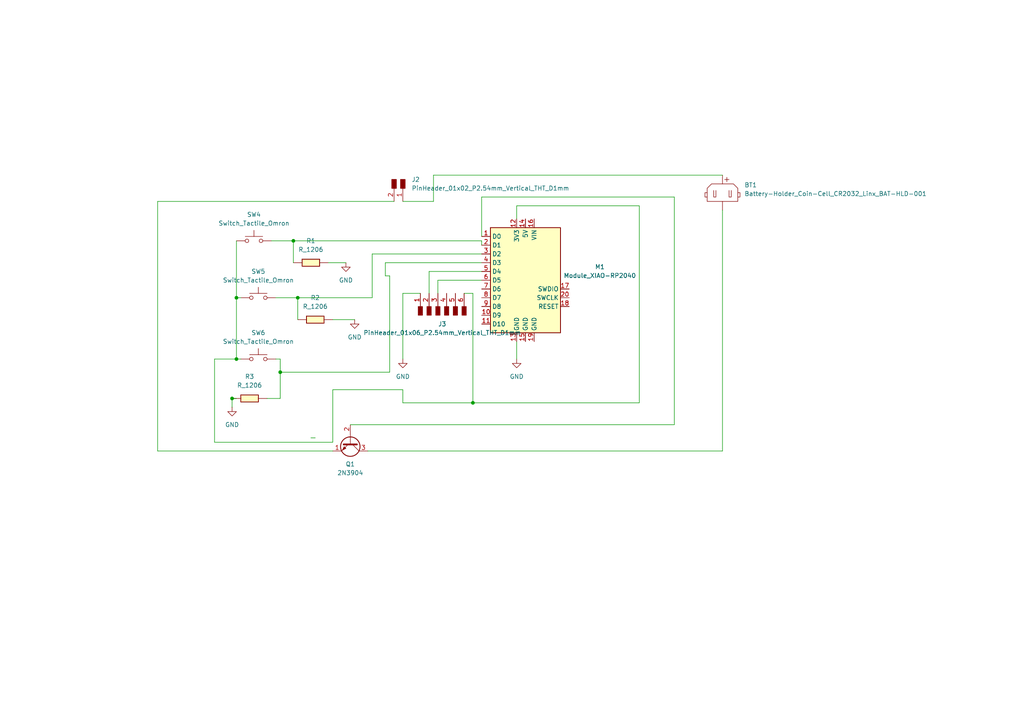
<source format=kicad_sch>
(kicad_sch (version 20250114) (generator "eeschema") (generator_version "9.0")
  (paper "A4")
  (lib_symbols
    (symbol "Transistor_BJT:2N3904" (pin_names (offset 0) (hide yes))
      (property "Reference" "Q" (at 5.08 1.905 0))
      (property "Value" "2N3904" (at 5.08 0 0))
      (symbol "2N3904_0_1"
        (polyline (pts (xy -2.54 0) (xy 0.635 0)))
        (polyline (pts (xy 0.635 1.905) (xy 0.635 -1.905)) (stroke (width 0.508)))
        (circle (center 1.27 0) (radius 2.8194) (stroke (width 0.254)))
      )
      (symbol "2N3904_1_1"
        (polyline (pts (xy 0.635 0.635) (xy 2.54 2.54)))
        (polyline (pts (xy 0.635 -0.635) (xy 2.54 -2.54)))
        (polyline (pts (xy 1.27 -1.778) (xy 1.778 -1.27) (xy 2.286 -2.286) (xy 1.27 -1.778)) (fill (type outline)))
        (pin input line (at -5.08 0 0) (length 2.54) (name "B") (number "2"))
        (pin passive line (at 2.54 5.08 270) (length 2.54) (name "C") (number "3"))
        (pin passive line (at 2.54 -5.08 90) (length 2.54) (name "E") (number "1"))
      )
    )
    (symbol "fab:Battery-Holder_Coin-Cell_CR2032_Linx_BAT-HLD-001" (pin_numbers (hide yes)) (pin_names (offset 0) (hide yes))
      (property "Reference" "BT" (at 5.715 1.27 0))
      (property "Value" "Battery-Holder_Coin-Cell_CR2032_Linx_BAT-HLD-001" (at 5.715 -1.27 0))
      (symbol "Battery-Holder_Coin-Cell_CR2032_Linx_BAT-HLD-001_0_1"
        (polyline (pts (xy -4.445 0) (xy -5.08 0) (xy -5.08 -1.27) (xy -4.445 -1.27)))
        (polyline (pts (xy -3.175 2.54) (xy 3.175 2.54) (xy 4.445 1.27) (xy 4.445 -2.54) (xy -4.445 -2.54) (xy -4.445 1.27) (xy -3.175 2.54)))
        (polyline (pts (xy -2.54 0.635) (xy -2.54 -1.27) (xy -1.905 -1.27) (xy -1.905 0.635)))
        (polyline (pts (xy 0.635 3.81) (xy 1.905 3.81)))
        (polyline (pts (xy 1.27 4.445) (xy 1.27 3.175)))
        (polyline (pts (xy 1.905 0.635) (xy 1.905 -1.27) (xy 2.54 -1.27) (xy 2.54 0.635)))
        (polyline (pts (xy 4.445 0) (xy 5.08 0) (xy 5.08 -1.27) (xy 4.445 -1.27)))
      )
      (symbol "Battery-Holder_Coin-Cell_CR2032_Linx_BAT-HLD-001_1_1"
        (pin passive line (at 0 5.08 270) (length 2.54) (name "+") (number "1"))
        (pin passive line (at 0 -5.08 90) (length 2.54) (name "-") (number "2"))
      )
    )
    (symbol "fab:Module_XIAO-RP2040"
      (property "Reference" "M" (at -10.16 16.51 0))
      (property "Value" "Module_XIAO-RP2040" (at 3.81 16.51 0))
      (symbol "Module_XIAO-RP2040_1_1"
        (rectangle (start -10.16 15.24) (end 10.16 -15.24) (stroke (width 0.254)) (fill (type background)))
        (pin bidirectional line (at -12.7 12.7 0) (length 2.54) (name "D0") (number "1"))
        (pin bidirectional line (at -12.7 10.16 0) (length 2.54) (name "D1") (number "2"))
        (pin bidirectional line (at -12.7 7.62 0) (length 2.54) (name "D2") (number "3"))
        (pin bidirectional line (at -12.7 5.08 0) (length 2.54) (name "D3") (number "4"))
        (pin bidirectional line (at -12.7 2.54 0) (length 2.54) (name "D4") (number "5"))
        (pin bidirectional line (at -12.7 0 0) (length 2.54) (name "D5") (number "6"))
        (pin bidirectional line (at -12.7 -2.54 0) (length 2.54) (name "D6") (number "7"))
        (pin bidirectional line (at -12.7 -5.08 0) (length 2.54) (name "D7") (number "8"))
        (pin bidirectional line (at -12.7 -7.62 0) (length 2.54) (name "D8") (number "9"))
        (pin bidirectional line (at -12.7 -10.16 0) (length 2.54) (name "D9") (number "10"))
        (pin bidirectional line (at -12.7 -12.7 0) (length 2.54) (name "D10") (number "11"))
        (pin power_in line (at -2.54 17.78 270) (length 2.54) (name "3V3") (number "12"))
        (pin power_in line (at -2.54 -17.78 90) (length 2.54) (name "GND") (number "13"))
        (pin power_in line (at 0 17.78 270) (length 2.54) (name "5V") (number "14"))
        (pin power_in line (at 0 -17.78 90) (length 2.54) (name "GND") (number "15"))
        (pin power_in line (at 2.54 17.78 270) (length 2.54) (name "VIN") (number "16"))
        (pin power_in line (at 2.54 -17.78 90) (length 2.54) (name "GND") (number "19"))
        (pin bidirectional line (at 12.7 -2.54 180) (length 2.54) (name "SWDIO") (number "17"))
        (pin input line (at 12.7 -5.08 180) (length 2.54) (name "SWCLK") (number "20"))
        (pin input line (at 12.7 -7.62 180) (length 2.54) (name "RESET") (number "18"))
      )
    )
    (symbol "fab:PinHeader_01x02_P2.54mm_Vertical_THT_D1mm" (pin_names (hide yes))
      (property "Reference" "J" (at 0 2.54 0))
      (property "Value" "PinHeader_01x02_P2.54mm_Vertical_THT_D1mm" (at 0 -5.08 0))
      (symbol "PinHeader_01x02_P2.54mm_Vertical_THT_D1mm_1_1"
        (rectangle (start -1.27 0.635) (end 1.27 -0.635) (stroke (width 0.254)) (fill (type outline)))
        (rectangle (start -1.27 -1.905) (end 1.27 -3.175) (stroke (width 0.254)) (fill (type outline)))
        (pin passive line (at 5.08 0 180) (length 3.81) (name "Pin_1") (number "1"))
        (pin passive line (at 5.08 -2.54 180) (length 3.81) (name "Pin_2") (number "2"))
      )
    )
    (symbol "fab:PinHeader_01x06_P2.54mm_Vertical_THT_D1mm" (pin_names (hide yes))
      (property "Reference" "J" (at 0 7.62 0))
      (property "Value" "PinHeader_01x06_P2.54mm_Vertical_THT_D1mm" (at 0 -10.16 0))
      (symbol "PinHeader_01x06_P2.54mm_Vertical_THT_D1mm_1_1"
        (rectangle (start -1.27 5.715) (end 1.27 4.445) (stroke (width 0.1524)) (fill (type outline)))
        (rectangle (start -1.27 3.175) (end 1.27 1.905) (stroke (width 0.1524)) (fill (type outline)))
        (rectangle (start -1.27 0.635) (end 1.27 -0.635) (stroke (width 0.1524)) (fill (type outline)))
        (rectangle (start -1.27 -1.905) (end 1.27 -3.175) (stroke (width 0.1524)) (fill (type outline)))
        (rectangle (start -1.27 -4.445) (end 1.27 -5.715) (stroke (width 0.1524)) (fill (type outline)))
        (rectangle (start -1.27 -6.985) (end 1.27 -8.255) (stroke (width 0.1524)) (fill (type outline)))
        (pin passive line (at 5.08 5.08 180) (length 3.81) (name "Pin_1") (number "1"))
        (pin passive line (at 5.08 2.54 180) (length 3.81) (name "Pin_2") (number "2"))
        (pin passive line (at 5.08 0 180) (length 3.81) (name "Pin_3") (number "3"))
        (pin passive line (at 5.08 -2.54 180) (length 3.81) (name "Pin_4") (number "4"))
        (pin passive line (at 5.08 -5.08 180) (length 3.81) (name "Pin_5") (number "5"))
        (pin passive line (at 5.08 -7.62 180) (length 3.81) (name "Pin_6") (number "6"))
      )
    )
    (symbol "fab:R_1206" (pin_numbers (hide yes)) (pin_names (offset 0))
      (property "Reference" "R" (at 2.54 0 90))
      (property "Value" "R_1206" (at -2.54 0 90))
      (symbol "R_1206_0_1"
        (rectangle (start -1.016 -2.54) (end 1.016 2.54) (stroke (width 0.254)) (fill (type background)))
      )
      (symbol "R_1206_1_1"
        (pin passive line (at 0 5.08 270) (length 2.54) (name "~") (number "1"))
        (pin passive line (at 0 -5.08 90) (length 2.54) (name "~") (number "2"))
      )
    )
    (symbol "fab:Switch_Tactile_Omron" (pin_numbers (hide yes)) (pin_names (offset 1.016) (hide yes))
      (property "Reference" "SW" (at 1.27 2.54 0))
      (property "Value" "Switch_Tactile_Omron" (at 0 -1.524 0))
      (symbol "Switch_Tactile_Omron_0_1"
        (circle (center -2.032 0) (radius 0.508))
        (polyline (pts (xy 0 1.27) (xy 0 3.048)))
        (circle (center 2.032 0) (radius 0.508))
        (polyline (pts (xy 2.54 1.27) (xy -2.54 1.27)))
        (pin passive line (at -5.08 0 0) (length 2.54) (name "1") (number "1"))
        (pin passive line (at 5.08 0 180) (length 2.54) (name "2") (number "2"))
      )
    )
    (symbol "power:GND" (power) (pin_numbers (hide yes)) (pin_names (offset 0) (hide yes))
      (property "Value" "GND" (at 0 -3.81 0))
      (symbol "GND_0_1"
        (polyline (pts (xy 0 0) (xy 0 -1.27) (xy 1.27 -1.27) (xy 0 -2.54) (xy -1.27 -1.27) (xy 0 -1.27)))
      )
      (symbol "GND_1_1"
        (pin power_in line (at 0 0 270) (length 0) (name "~") (number "1"))
      )
    )
  )
  (junction (at 85.09 69.85))
  (junction (at 68.58 104.14))
  (junction (at 68.58 86.36))
  (junction (at 137.16 116.84))
  (junction (at 81.28 107.95))
  (junction (at 67.31 115.57))
  (junction (at 86.36 86.36))
  (wire (pts (xy 185.42 59.69) (xy 185.42 116.84)))
  (wire (pts (xy 195.58 123.19) (xy 195.58 57.15)))
  (wire (pts (xy 96.52 113.03) (xy 96.52 128.27)))
  (wire (pts (xy 116.84 116.84) (xy 137.16 116.84)))
  (wire (pts (xy 81.28 115.57) (xy 81.28 107.95)))
  (wire (pts (xy 68.58 86.36) (xy 69.85 86.36)))
  (wire (pts (xy 111.76 80.01) (xy 111.76 76.2)))
  (wire (pts (xy 62.23 104.14) (xy 62.23 128.27)))
  (wire (pts (xy 85.09 69.85) (xy 85.09 76.2)))
  (wire (pts (xy 113.03 107.95) (xy 113.03 80.01)))
  (wire (pts (xy 121.92 85.09) (xy 116.84 85.09)))
  (wire (pts (xy 137.16 85.09) (xy 137.16 116.84)))
  (wire (pts (xy 96.52 130.81) (xy 45.72 130.81)))
  (wire (pts (xy 86.36 86.36) (xy 107.95 86.36)))
  (wire (pts (xy 96.52 92.71) (xy 102.87 92.71)))
  (wire (pts (xy 90.17 127) (xy 91.44 127)))
  (wire (pts (xy 67.31 115.57) (xy 67.31 118.11)))
  (wire (pts (xy 62.23 128.27) (xy 96.52 128.27)))
  (wire (pts (xy 124.46 78.74) (xy 139.7 78.74)))
  (wire (pts (xy 116.84 85.09) (xy 116.84 104.14)))
  (wire (pts (xy 149.86 63.5) (xy 149.86 59.69)))
  (wire (pts (xy 81.28 107.95) (xy 81.28 104.14)))
  (wire (pts (xy 149.86 104.14) (xy 149.86 99.06)))
  (wire (pts (xy 195.58 57.15) (xy 139.7 57.15)))
  (wire (pts (xy 125.73 58.42) (xy 116.84 58.42)))
  (wire (pts (xy 68.58 86.36) (xy 68.58 104.14)))
  (wire (pts (xy 81.28 107.95) (xy 113.03 107.95)))
  (wire (pts (xy 111.76 76.2) (xy 139.7 76.2)))
  (wire (pts (xy 77.47 115.57) (xy 81.28 115.57)))
  (wire (pts (xy 149.86 59.69) (xy 185.42 59.69)))
  (wire (pts (xy 125.73 50.8) (xy 125.73 58.42)))
  (wire (pts (xy 68.58 69.85) (xy 68.58 86.36)))
  (wire (pts (xy 95.25 76.2) (xy 100.33 76.2)))
  (wire (pts (xy 139.7 57.15) (xy 139.7 68.58)))
  (wire (pts (xy 45.72 130.81) (xy 45.72 58.42)))
  (wire (pts (xy 68.58 115.57) (xy 67.31 115.57)))
  (wire (pts (xy 68.58 104.14) (xy 62.23 104.14)))
  (wire (pts (xy 45.72 58.42) (xy 114.3 58.42)))
  (wire (pts (xy 139.7 69.85) (xy 139.7 71.12)))
  (wire (pts (xy 101.6 123.19) (xy 195.58 123.19)))
  (wire (pts (xy 209.55 50.8) (xy 125.73 50.8)))
  (wire (pts (xy 209.55 60.96) (xy 209.55 130.81)))
  (wire (pts (xy 116.84 113.03) (xy 116.84 116.84)))
  (wire (pts (xy 124.46 85.09) (xy 124.46 78.74)))
  (wire (pts (xy 85.09 69.85) (xy 139.7 69.85)))
  (wire (pts (xy 127 81.28) (xy 139.7 81.28)))
  (wire (pts (xy 78.74 69.85) (xy 85.09 69.85)))
  (wire (pts (xy 80.01 86.36) (xy 86.36 86.36)))
  (wire (pts (xy 134.62 85.09) (xy 137.16 85.09)))
  (wire (pts (xy 80.01 104.14) (xy 81.28 104.14)))
  (wire (pts (xy 86.36 86.36) (xy 86.36 92.71)))
  (wire (pts (xy 127 85.09) (xy 127 81.28)))
  (wire (pts (xy 107.95 86.36) (xy 107.95 73.66)))
  (wire (pts (xy 68.58 104.14) (xy 69.85 104.14)))
  (wire (pts (xy 96.52 113.03) (xy 116.84 113.03)))
  (wire (pts (xy 107.95 73.66) (xy 139.7 73.66)))
  (wire (pts (xy 113.03 80.01) (xy 111.76 80.01)))
  (wire (pts (xy 137.16 116.84) (xy 185.42 116.84)))
  (wire (pts (xy 209.55 130.81) (xy 106.68 130.81)))
  (symbol (lib_id "Transistor_BJT:2N3904") (at 101.6 128.27 270) (unit 1)
    (property "Reference" "Q1" (at 101.6 134.62 90))
    (property "Value" "2N3904" (at 101.6 137.16 90))
    (property "Footprint" "Package_TO_SOT_THT:TO-92_Inline" (effects (hide yes)))
    (property "Datasheet" "https://www.onsemi.com/pub/Collateral/2N3903-D.PDF" (effects (hide yes)))
    (property "Description" "0.2A Ic, 40V Vce, Small Signal NPN Transistor, TO-92" (effects (hide yes)))
  )
  (symbol (lib_id "fab:R_1206") (at 72.39 115.57 90) (unit 1)
    (property "Reference" "R3" (at 72.39 109.22 90))
    (property "Value" "R_1206" (at 72.39 111.76 90))
    (property "Footprint" "fab:R_1206" (effects (hide yes)))
    (property "Description" "Resistor" (effects (hide yes)))
  )
  (symbol (lib_id "power:GND") (at 149.86 104.14 0) (unit 1)
    (property "Reference" "#PWR04" (effects (hide yes)))
    (property "Value" "GND" (at 149.86 109.22 0))
    (property "Description" "Power symbol creates a global label with name \"GND\" , ground" (effects (hide yes)))
  )
  (symbol (lib_id "fab:PinHeader_01x06_P2.54mm_Vertical_THT_D1mm") (at 127 90.17 90) (unit 1)
    (property "Reference" "J3" (at 128.27 93.98 90))
    (property "Value" "PinHeader_01x06_P2.54mm_Vertical_THT_D1mm" (at 128.27 96.52 90))
    (property "Footprint" "fab:PinHeader_01x06_P2.54mm_Vertical_THT_D1mm" (effects (hide yes)))
    (property "Datasheet" "https://media.digikey.com/PDF/Data%20Sheets/Sullins%20PDFs/xRxCzzzSxxN-RC_ST_11635-B.pdf" (effects (hide yes)))
    (property "Description" "Connector Header Through Hole 6 positions 0.100\" (2.54mm)" (effects (hide yes)))
  )
  (symbol (lib_id "fab:R_1206") (at 90.17 76.2 90) (unit 1)
    (property "Reference" "R1" (at 90.17 69.85 90))
    (property "Value" "R_1206" (at 90.17 72.39 90))
    (property "Footprint" "fab:R_1206" (effects (hide yes)))
    (property "Description" "Resistor" (effects (hide yes)))
  )
  (symbol (lib_id "fab:PinHeader_01x02_P2.54mm_Vertical_THT_D1mm") (at 116.84 53.34 270) (unit 1)
    (property "Reference" "J2" (at 119.38 52.0699 90) (effects (justify left)))
    (property "Value" "PinHeader_01x02_P2.54mm_Vertical_THT_D1mm" (at 119.38 54.6099 90) (effects (justify left)))
    (property "Footprint" "fab:PinHeader_01x02_P2.54mm_Vertical_THT_D1mm" (effects (hide yes)))
    (property "Description" "Male connector, single row" (effects (hide yes)))
  )
  (symbol (lib_id "power:GND") (at 67.31 118.11 0) (unit 1)
    (property "Reference" "#PWR03" (effects (hide yes)))
    (property "Value" "GND" (at 67.31 123.19 0))
    (property "Description" "Power symbol creates a global label with name \"GND\" , ground" (effects (hide yes)))
  )
  (symbol (lib_id "power:GND") (at 102.87 92.71 0) (unit 1)
    (property "Reference" "#PWR05" (effects (hide yes)))
    (property "Value" "GND" (at 102.87 97.79 0))
    (property "Description" "Power symbol creates a global label with name \"GND\" , ground" (effects (hide yes)))
  )
  (symbol (lib_id "power:GND") (at 100.33 76.2 0) (unit 1)
    (property "Reference" "#PWR01" (effects (hide yes)))
    (property "Value" "GND" (at 100.33 81.28 0))
    (property "Description" "Power symbol creates a global label with name \"GND\" , ground" (effects (hide yes)))
  )
  (symbol (lib_id "fab:Switch_Tactile_Omron") (at 73.66 69.85 0) (unit 1)
    (property "Reference" "SW4" (at 73.66 62.23 0))
    (property "Value" "Switch_Tactile_Omron" (at 73.66 64.77 0))
    (property "Footprint" "fab:Button_Omron_B3SN_6.0x6.0mm" (effects (hide yes)))
    (property "Datasheet" "https://omronfs.omron.com/en_US/ecb/products/pdf/en-b3sn.pdf" (effects (hide yes)))
    (property "Description" "Push button switch, Omron, B3SN, Sealed Tactile Switch (SMT), SPST-NO Top Actuated Surface Mount" (effects (hide yes)))
  )
  (symbol (lib_id "fab:Battery-Holder_Coin-Cell_CR2032_Linx_BAT-HLD-001") (at 209.55 55.88 0) (unit 1)
    (property "Reference" "BT1" (at 215.9 53.6574 0) (effects (justify left)))
    (property "Value" "Battery-Holder_Coin-Cell_CR2032_Linx_BAT-HLD-001" (at 215.9 56.1974 0) (effects (justify left)))
    (property "Footprint" "fab:Battery-Holder_Coin-Cell_CR2032_Linx_BAT-HLD-001" (effects (hide yes)))
    (property "Datasheet" "https://linxtechnologies.com/wp/wp-content/uploads/bat-hld-001.pdf" (effects (hide yes)))
    (property "Description" "Single-cell battery, Linx BAT-HLD-001, Battery Retainer Coin, 20.0mm 1 Cell SMD (SMT) Tab" (effects (hide yes)))
  )
  (symbol (lib_id "fab:Switch_Tactile_Omron") (at 74.93 104.14 0) (unit 1)
    (property "Reference" "SW6" (at 74.93 96.52 0))
    (property "Value" "Switch_Tactile_Omron" (at 74.93 99.06 0))
    (property "Footprint" "fab:Button_Omron_B3SN_6.0x6.0mm" (effects (hide yes)))
    (property "Datasheet" "https://omronfs.omron.com/en_US/ecb/products/pdf/en-b3sn.pdf" (effects (hide yes)))
    (property "Description" "Push button switch, Omron, B3SN, Sealed Tactile Switch (SMT), SPST-NO Top Actuated Surface Mount" (effects (hide yes)))
  )
  (symbol (lib_id "fab:R_1206") (at 91.44 92.71 90) (unit 1)
    (property "Reference" "R2" (at 91.44 86.36 90))
    (property "Value" "R_1206" (at 91.44 88.9 90))
    (property "Footprint" "fab:R_1206" (effects (hide yes)))
    (property "Description" "Resistor" (effects (hide yes)))
  )
  (symbol (lib_id "power:GND") (at 116.84 104.14 0) (unit 1)
    (property "Reference" "#PWR02" (effects (hide yes)))
    (property "Value" "GND" (at 116.84 109.22 0))
    (property "Description" "Power symbol creates a global label with name \"GND\" , ground" (effects (hide yes)))
  )
  (symbol (lib_id "fab:Module_XIAO-RP2040") (at 152.4 81.28 0) (unit 1)
    (property "Reference" "M1" (at 173.99 77.3998 0))
    (property "Value" "Module_XIAO-RP2040" (at 173.99 79.9398 0))
    (property "Footprint" "fab:SeeedStudio_XIAO_RP2040" (effects (hide yes)))
    (property "Datasheet" "https://wiki.seeedstudio.com/XIAO-RP2040/" (effects (hide yes)))
    (property "Description" "RP2040 XIAO RP2040 - ARM® Cortex®-M0+ MCU 32-Bit Embedded Evaluation Board" (effects (hide yes)))
  )
  (symbol (lib_id "fab:Switch_Tactile_Omron") (at 74.93 86.36 0) (unit 1)
    (property "Reference" "SW5" (at 74.93 78.74 0))
    (property "Value" "Switch_Tactile_Omron" (at 74.93 81.28 0))
    (property "Footprint" "fab:Button_Omron_B3SN_6.0x6.0mm" (effects (hide yes)))
    (property "Datasheet" "https://omronfs.omron.com/en_US/ecb/products/pdf/en-b3sn.pdf" (effects (hide yes)))
    (property "Description" "Push button switch, Omron, B3SN, Sealed Tactile Switch (SMT), SPST-NO Top Actuated Surface Mount" (effects (hide yes)))
  )
)
</source>
